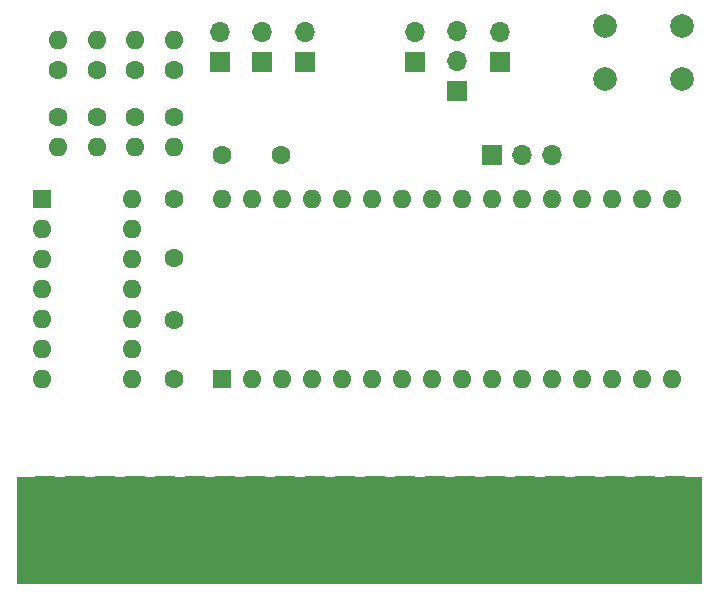
<source format=gts>
%TF.GenerationSoftware,KiCad,Pcbnew,(6.0.1)*%
%TF.CreationDate,2022-03-03T11:38:52-05:00*%
%TF.ProjectId,Epyx-FastLoad,45707978-2d46-4617-9374-4c6f61642e6b,1*%
%TF.SameCoordinates,Original*%
%TF.FileFunction,Soldermask,Top*%
%TF.FilePolarity,Negative*%
%FSLAX46Y46*%
G04 Gerber Fmt 4.6, Leading zero omitted, Abs format (unit mm)*
G04 Created by KiCad (PCBNEW (6.0.1)) date 2022-03-03 11:38:52*
%MOMM*%
%LPD*%
G01*
G04 APERTURE LIST*
G04 Aperture macros list*
%AMRoundRect*
0 Rectangle with rounded corners*
0 $1 Rounding radius*
0 $2 $3 $4 $5 $6 $7 $8 $9 X,Y pos of 4 corners*
0 Add a 4 corners polygon primitive as box body*
4,1,4,$2,$3,$4,$5,$6,$7,$8,$9,$2,$3,0*
0 Add four circle primitives for the rounded corners*
1,1,$1+$1,$2,$3*
1,1,$1+$1,$4,$5*
1,1,$1+$1,$6,$7*
1,1,$1+$1,$8,$9*
0 Add four rect primitives between the rounded corners*
20,1,$1+$1,$2,$3,$4,$5,0*
20,1,$1+$1,$4,$5,$6,$7,0*
20,1,$1+$1,$6,$7,$8,$9,0*
20,1,$1+$1,$8,$9,$2,$3,0*%
G04 Aperture macros list end*
%ADD10C,1.600000*%
%ADD11O,1.600000X1.600000*%
%ADD12R,1.700000X1.700000*%
%ADD13O,1.700000X1.700000*%
%ADD14R,1.600000X1.600000*%
%ADD15RoundRect,0.101600X0.750000X4.500000X-0.750000X4.500000X-0.750000X-4.500000X0.750000X-4.500000X0*%
%ADD16C,2.000000*%
G04 APERTURE END LIST*
G36*
X168000000Y-107950550D02*
G01*
X110000000Y-107950550D01*
X110000000Y-98950550D01*
X168000000Y-98950550D01*
X168000000Y-107950550D01*
G37*
D10*
X123250000Y-90615000D03*
X123250000Y-85615000D03*
X123250000Y-64510000D03*
D11*
X123250000Y-61970000D03*
D10*
X120000000Y-64510000D03*
D11*
X120000000Y-61970000D03*
D12*
X143662500Y-63760000D03*
D13*
X143662500Y-61220000D03*
D10*
X123250000Y-80375000D03*
X123250000Y-75375000D03*
X113500000Y-64510000D03*
D11*
X113500000Y-61970000D03*
D12*
X147262500Y-66260000D03*
D13*
X147262500Y-63720000D03*
X147262500Y-61180000D03*
D10*
X120000000Y-68417500D03*
D11*
X120000000Y-70957500D03*
D10*
X113500000Y-68417500D03*
D11*
X113500000Y-70957500D03*
D14*
X127325000Y-90625000D03*
D11*
X129865000Y-90625000D03*
X132405000Y-90625000D03*
X134945000Y-90625000D03*
X137485000Y-90625000D03*
X140025000Y-90625000D03*
X142565000Y-90625000D03*
X145105000Y-90625000D03*
X147645000Y-90625000D03*
X150185000Y-90625000D03*
X152725000Y-90625000D03*
X155265000Y-90625000D03*
X157805000Y-90625000D03*
X160345000Y-90625000D03*
X162885000Y-90625000D03*
X165425000Y-90625000D03*
X165425000Y-75385000D03*
X162885000Y-75385000D03*
X160345000Y-75385000D03*
X157805000Y-75385000D03*
X155265000Y-75385000D03*
X152725000Y-75385000D03*
X150185000Y-75385000D03*
X147645000Y-75385000D03*
X145105000Y-75385000D03*
X142565000Y-75385000D03*
X140025000Y-75385000D03*
X137485000Y-75385000D03*
X134945000Y-75385000D03*
X132405000Y-75385000D03*
X129865000Y-75385000D03*
X127325000Y-75385000D03*
D10*
X132325000Y-71707500D03*
X127325000Y-71707500D03*
X116750000Y-68417500D03*
D11*
X116750000Y-70957500D03*
D15*
X112330000Y-103450550D03*
X114870000Y-103450550D03*
X117410000Y-103450550D03*
X119950000Y-103450550D03*
X122490000Y-103450550D03*
X125030000Y-103450550D03*
X127570000Y-103450550D03*
X130110000Y-103450550D03*
X132650000Y-103450550D03*
X135190000Y-103450550D03*
X137730000Y-103450550D03*
X140270000Y-103450550D03*
X142810000Y-103450550D03*
X145350000Y-103450550D03*
X147890000Y-103450550D03*
X150430000Y-103450550D03*
X152970000Y-103450550D03*
X155510000Y-103450550D03*
X158050000Y-103450550D03*
X160590000Y-103450550D03*
X163130000Y-103450550D03*
X165670000Y-103450550D03*
X112330000Y-103450550D03*
X114870000Y-103450550D03*
X117410000Y-103450550D03*
X119950000Y-103450550D03*
X122490000Y-103450550D03*
X125030000Y-103450550D03*
X127570000Y-103450550D03*
X130110000Y-103450550D03*
X132650000Y-103450550D03*
X135190000Y-103450550D03*
X137730000Y-103450550D03*
X140270000Y-103450550D03*
X142810000Y-103450550D03*
X145350000Y-103450550D03*
X147890000Y-103450550D03*
X150430000Y-103450550D03*
X152970000Y-103450550D03*
X155510000Y-103450550D03*
X158050000Y-103450550D03*
X160590000Y-103450550D03*
X163130000Y-103450550D03*
X165670000Y-103450550D03*
D10*
X116750000Y-64510000D03*
D11*
X116750000Y-61970000D03*
D14*
X112075000Y-75375000D03*
D11*
X112075000Y-77915000D03*
X112075000Y-80455000D03*
X112075000Y-82995000D03*
X112075000Y-85535000D03*
X112075000Y-88075000D03*
X112075000Y-90615000D03*
X119695000Y-90615000D03*
X119695000Y-88075000D03*
X119695000Y-85535000D03*
X119695000Y-82995000D03*
X119695000Y-80455000D03*
X119695000Y-77915000D03*
X119695000Y-75375000D03*
D16*
X166250000Y-65250000D03*
X159750000Y-65250000D03*
X166250000Y-60750000D03*
X159750000Y-60750000D03*
D12*
X127137500Y-63760000D03*
D13*
X127137500Y-61220000D03*
D12*
X150185000Y-71707500D03*
D13*
X152725000Y-71707500D03*
X155265000Y-71707500D03*
D12*
X150862500Y-63760000D03*
D13*
X150862500Y-61220000D03*
D10*
X123250000Y-68417500D03*
D11*
X123250000Y-70957500D03*
D12*
X130737500Y-63760000D03*
D13*
X130737500Y-61220000D03*
D12*
X134337500Y-63760000D03*
D13*
X134337500Y-61220000D03*
M02*

</source>
